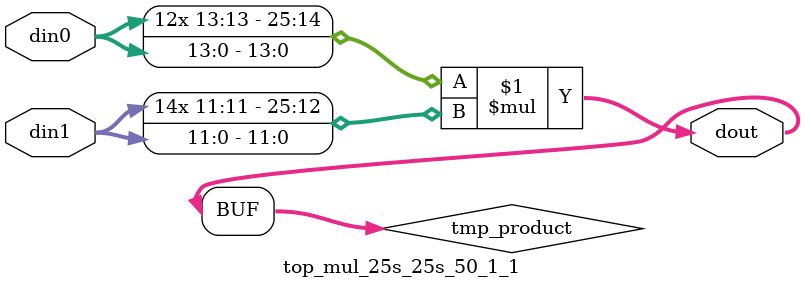
<source format=v>

`timescale 1 ns / 1 ps

 (* use_dsp = "yes" *)  module top_mul_25s_25s_50_1_1(din0, din1, dout);
parameter ID = 1;
parameter NUM_STAGE = 0;
parameter din0_WIDTH = 14;
parameter din1_WIDTH = 12;
parameter dout_WIDTH = 26;

input [din0_WIDTH - 1 : 0] din0; 
input [din1_WIDTH - 1 : 0] din1; 
output [dout_WIDTH - 1 : 0] dout;

wire signed [dout_WIDTH - 1 : 0] tmp_product;



























assign tmp_product = $signed(din0) * $signed(din1);








assign dout = tmp_product;





















endmodule

</source>
